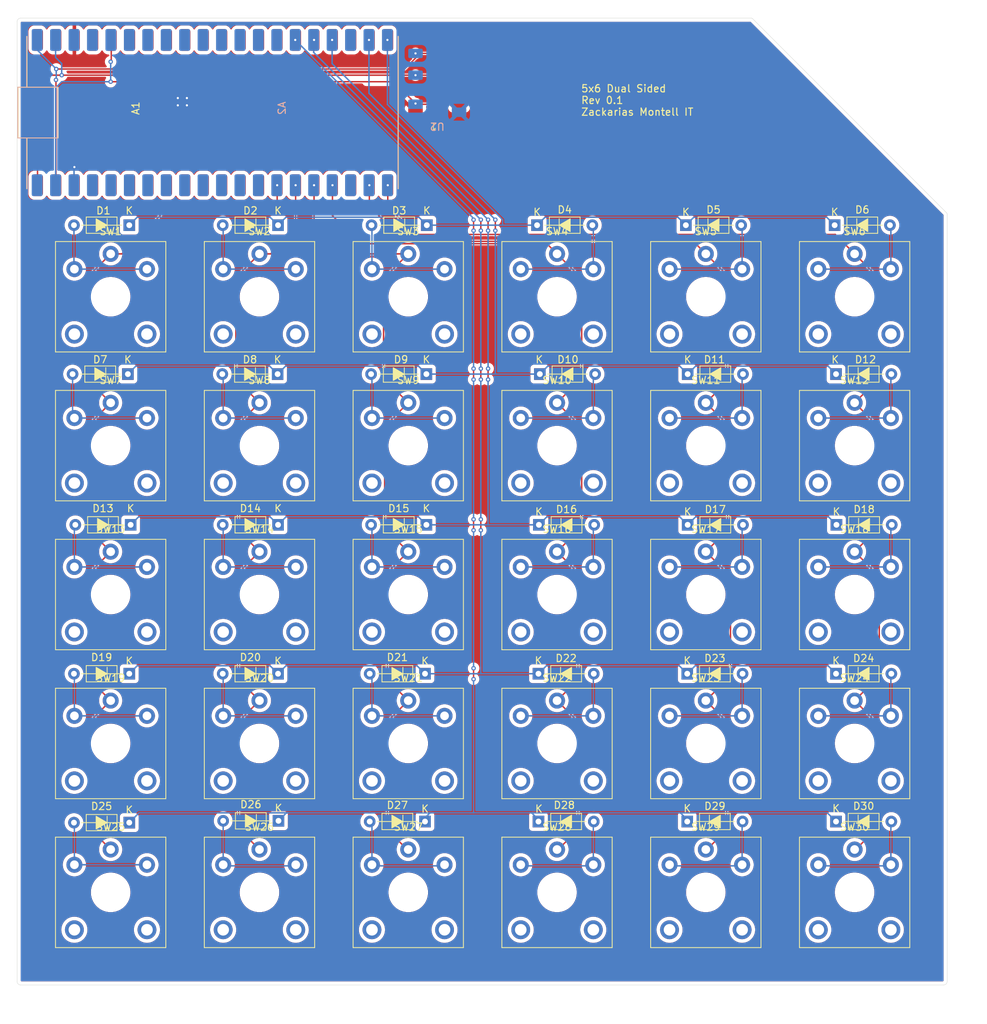
<source format=kicad_pcb>
(kicad_pcb
	(version 20241229)
	(generator "pcbnew")
	(generator_version "9.0")
	(general
		(thickness 1.6)
		(legacy_teardrops no)
	)
	(paper "A4")
	(layers
		(0 "F.Cu" signal)
		(2 "B.Cu" signal)
		(9 "F.Adhes" user "F.Adhesive")
		(11 "B.Adhes" user "B.Adhesive")
		(13 "F.Paste" user)
		(15 "B.Paste" user)
		(5 "F.SilkS" user "F.Silkscreen")
		(7 "B.SilkS" user "B.Silkscreen")
		(1 "F.Mask" user)
		(3 "B.Mask" user)
		(17 "Dwgs.User" user "User.Drawings")
		(19 "Cmts.User" user "User.Comments")
		(21 "Eco1.User" user "User.Eco1")
		(23 "Eco2.User" user "User.Eco2")
		(25 "Edge.Cuts" user)
		(27 "Margin" user)
		(31 "F.CrtYd" user "F.Courtyard")
		(29 "B.CrtYd" user "B.Courtyard")
		(35 "F.Fab" user)
		(33 "B.Fab" user)
		(39 "User.1" user)
		(41 "User.2" user)
		(43 "User.3" user)
		(45 "User.4" user)
	)
	(setup
		(pad_to_mask_clearance 0)
		(allow_soldermask_bridges_in_footprints no)
		(tenting front back)
		(pcbplotparams
			(layerselection 0x00000000_00000000_55555555_5755f5ff)
			(plot_on_all_layers_selection 0x00000000_00000000_00000000_00000000)
			(disableapertmacros no)
			(usegerberextensions no)
			(usegerberattributes yes)
			(usegerberadvancedattributes yes)
			(creategerberjobfile yes)
			(dashed_line_dash_ratio 12.000000)
			(dashed_line_gap_ratio 3.000000)
			(svgprecision 4)
			(plotframeref no)
			(mode 1)
			(useauxorigin no)
			(hpglpennumber 1)
			(hpglpenspeed 20)
			(hpglpendiameter 15.000000)
			(pdf_front_fp_property_popups yes)
			(pdf_back_fp_property_popups yes)
			(pdf_metadata yes)
			(pdf_single_document no)
			(dxfpolygonmode yes)
			(dxfimperialunits yes)
			(dxfusepcbnewfont yes)
			(psnegative no)
			(psa4output no)
			(plot_black_and_white yes)
			(sketchpadsonfab no)
			(plotpadnumbers no)
			(hidednponfab no)
			(sketchdnponfab yes)
			(crossoutdnponfab yes)
			(subtractmaskfromsilk no)
			(outputformat 1)
			(mirror no)
			(drillshape 0)
			(scaleselection 1)
			(outputdirectory "gerbers/")
		)
	)
	(net 0 "")
	(net 1 "col3")
	(net 2 "unconnected-(A1-~{3V3_EN}-Pad37)")
	(net 3 "unconnected-(A1-ADC2{slash}GP28-Pad34)")
	(net 4 "row0")
	(net 5 "unconnected-(A1-ADC_VREF-Pad35)")
	(net 6 "unconnected-(A1-VSYS-Pad39)")
	(net 7 "unconnected-(A1-GP22-Pad29)")
	(net 8 "unconnected-(A1-GND-Pad8)")
	(net 9 "unconnected-(A1-GP5-Pad7)")
	(net 10 "row3")
	(net 11 "unconnected-(A1-GND-Pad18)")
	(net 12 "unconnected-(A1-GND-Pad13)")
	(net 13 "row2")
	(net 14 "unconnected-(A1-VBUS-Pad40)")
	(net 15 "col1")
	(net 16 "unconnected-(A1-ADC0{slash}GP26-Pad31)")
	(net 17 "row4")
	(net 18 "col5")
	(net 19 "unconnected-(A1-RUN-Pad30)")
	(net 20 "unconnected-(A1-GP9-Pad12)")
	(net 21 "unconnected-(A1-GND-Pad23)")
	(net 22 "unconnected-(A1-GND-Pad28)")
	(net 23 "unconnected-(A1-ADC1{slash}GP27-Pad32)")
	(net 24 "unconnected-(A1-GP8-Pad11)")
	(net 25 "unconnected-(A1-GND-Pad3)")
	(net 26 "col4")
	(net 27 "unconnected-(A1-GND-Pad33)")
	(net 28 "row1")
	(net 29 "col0")
	(net 30 "col2")
	(net 31 "Net-(D1-A)")
	(net 32 "Net-(D2-A)")
	(net 33 "Net-(D3-A)")
	(net 34 "Net-(D4-A)")
	(net 35 "Net-(D5-A)")
	(net 36 "Net-(D6-A)")
	(net 37 "Net-(D7-A)")
	(net 38 "Net-(D8-A)")
	(net 39 "Net-(D9-A)")
	(net 40 "Net-(D10-A)")
	(net 41 "Net-(D11-A)")
	(net 42 "Net-(D12-A)")
	(net 43 "Net-(D13-A)")
	(net 44 "Net-(D14-A)")
	(net 45 "Net-(D15-A)")
	(net 46 "Net-(D16-A)")
	(net 47 "Net-(D17-A)")
	(net 48 "Net-(D18-A)")
	(net 49 "Net-(D19-A)")
	(net 50 "Net-(D20-A)")
	(net 51 "Net-(D21-A)")
	(net 52 "Net-(D22-A)")
	(net 53 "Net-(D23-A)")
	(net 54 "Net-(D24-A)")
	(net 55 "Net-(D25-A)")
	(net 56 "Net-(D26-A)")
	(net 57 "Net-(D27-A)")
	(net 58 "Net-(D28-A)")
	(net 59 "Net-(D29-A)")
	(net 60 "Net-(D30-A)")
	(net 61 "unconnected-(A1-GP3-Pad5)")
	(net 62 "unconnected-(A1-GP21-Pad27)")
	(net 63 "unconnected-(A1-GP7-Pad10)")
	(net 64 "unconnected-(A1-GP6-Pad9)")
	(net 65 "unconnected-(A1-GP2-Pad4)")
	(net 66 "unconnected-(A1-GP4-Pad6)")
	(net 67 "3v31")
	(net 68 "tx1")
	(net 69 "rx1")
	(net 70 "gnd1")
	(net 71 "unconnected-(A2-RUN-Pad30)")
	(net 72 "unconnected-(A2-GND-Pad3)")
	(net 73 "unconnected-(A2-GND-Pad13)")
	(net 74 "unconnected-(A2-GND-Pad28)")
	(net 75 "unconnected-(A2-GP2-Pad4)")
	(net 76 "unconnected-(A2-ADC1{slash}GP27-Pad32)")
	(net 77 "unconnected-(A2-GND-Pad8)")
	(net 78 "unconnected-(A2-ADC2{slash}GP28-Pad34)")
	(net 79 "unconnected-(A2-GP8-Pad11)")
	(net 80 "unconnected-(A2-GP3-Pad5)")
	(net 81 "unconnected-(A2-GP22-Pad29)")
	(net 82 "unconnected-(A2-VBUS-Pad40)")
	(net 83 "unconnected-(A2-GP10-Pad14)")
	(net 84 "unconnected-(A2-GND-Pad33)")
	(net 85 "unconnected-(A2-GND-Pad23)")
	(net 86 "unconnected-(A2-GP4-Pad6)")
	(net 87 "unconnected-(A2-GP6-Pad9)")
	(net 88 "unconnected-(A2-ADC0{slash}GP26-Pad31)")
	(net 89 "unconnected-(A2-~{3V3_EN}-Pad37)")
	(net 90 "unconnected-(A2-GND-Pad18)")
	(net 91 "unconnected-(A2-GP9-Pad12)")
	(net 92 "unconnected-(A2-GP7-Pad10)")
	(net 93 "unconnected-(A2-ADC_VREF-Pad35)")
	(net 94 "unconnected-(A2-3V3(OUT)-Pad36)")
	(net 95 "unconnected-(A2-GP5-Pad7)")
	(footprint "footprints:SW_Kailh_Choc_V2_1.00u_double-sided" (layer "F.Cu") (at 107.5 122.35))
	(footprint "PCM_Diode_THT_AKL:D_DO-35_SOD27_P7.62mm_Horizontal" (layer "F.Cu") (at 166.5 92.25))
	(footprint "footprints:SW_Kailh_Choc_V2_1.00u_double-sided" (layer "F.Cu") (at 128 142.85))
	(footprint "footprints:SW_Kailh_Choc_V2_1.00u_double-sided" (layer "F.Cu") (at 210 60.85))
	(footprint "PCM_Diode_THT_AKL:D_DO-35_SOD27_P7.62mm_Horizontal" (layer "F.Cu") (at 130.5 71.5 180))
	(footprint "footprints:SW_Kailh_Choc_V2_1.00u_double-sided" (layer "F.Cu") (at 148.5 142.85))
	(footprint "PCM_Diode_THT_AKL:D_DO-35_SOD27_P7.62mm_Horizontal" (layer "F.Cu") (at 187 71.5))
	(footprint "PCM_Diode_THT_AKL:D_DO-35_SOD27_P7.62mm_Horizontal" (layer "F.Cu") (at 151 71.5 180))
	(footprint "PCM_Diode_THT_AKL:D_DO-35_SOD27_P7.62mm_Horizontal" (layer "F.Cu") (at 130.56 112.75 180))
	(footprint "PCM_Diode_THT_AKL:D_DO-35_SOD27_P7.62mm_Horizontal" (layer "F.Cu") (at 109.87 71.5 180))
	(footprint "footprints:raspberry_pi_pico_SMD_Reversed" (layer "F.Cu") (at 121.5 35.5 90))
	(footprint "PCM_Diode_THT_AKL:D_DO-35_SOD27_P7.62mm_Horizontal" (layer "F.Cu") (at 186.94 133.1))
	(footprint "footprints:SW_Kailh_Choc_V2_1.00u_double-sided" (layer "F.Cu") (at 210 142.85))
	(footprint "PCM_Diode_THT_AKL:D_DO-35_SOD27_P7.62mm_Horizontal" (layer "F.Cu") (at 110.06 112.75 180))
	(footprint "PCM_Diode_THT_AKL:D_DO-35_SOD27_P7.62mm_Horizontal" (layer "F.Cu") (at 151.06 51 180))
	(footprint "footprints:SW_Kailh_Choc_V2_1.00u_double-sided" (layer "F.Cu") (at 189.5 60.85))
	(footprint "footprints:SW_Kailh_Choc_V2_1.00u_double-sided" (layer "F.Cu") (at 210 101.85))
	(footprint "footprints:raspberry_pi_pico_SMD" (layer "F.Cu") (at 121.55 35.5 90))
	(footprint "footprints:SW_Kailh_Choc_V2_1.00u_double-sided" (layer "F.Cu") (at 189.5 101.85))
	(footprint "footprints:SW_Kailh_Choc_V2_1.00u_double-sided" (layer "F.Cu") (at 169 101.85))
	(footprint "footprints:SW_Kailh_Choc_V2_1.00u_double-sided" (layer "F.Cu") (at 148.5 101.85))
	(footprint "footprints:SW_Kailh_Choc_V2_1.00u_double-sided" (layer "F.Cu") (at 107.5 60.85))
	(footprint "footprints:SW_Kailh_Choc_V2_1.00u_double-sided" (layer "F.Cu") (at 128 122.35))
	(footprint "PCM_Diode_THT_AKL:D_DO-35_SOD27_P7.62mm_Horizontal" (layer "F.Cu") (at 166.63 71.5))
	(footprint "PCM_Diode_THT_AKL:D_DO-35_SOD27_P7.62mm_Horizontal" (layer "F.Cu") (at 166.44 133.1))
	(footprint "footprints:SW_Kailh_Choc_V2_1.00u_double-sided" (layer "F.Cu") (at 210 81.35))
	(footprint "PCM_Diode_THT_AKL:D_DO-35_SOD27_P7.62mm_Horizontal"
		(layer "F.Cu")
		(uuid "8780c5f2-f324-4842-bbd4-5e58ff287038")
		(at 166.44 112.75)
		(descr "Diode, DO-35_SOD27 series, Axial, Horizontal, pin pitch=7.62mm, , length*diameter=4*2mm^2, , http://www.diodes.com/_files/packages/DO-35.pdf, Alternate KiCad Library")
		(tags "Diode DO-35_SOD27 series Axial Horizontal pin pitch 7.62mm  length 4mm diameter 2mm")
		(property "Reference" "D22"
			(at 3.81 -2.12 0)
			(layer "F.SilkS")
			(uuid "ef505a7f-884f-478e-be23-c3fac737790e")
			(effects
				(font
					(size 1 1)
					(thickness 0.15)
				)
			)
		)
		(property "Value" "1N4148"
			(at 3.81 2.12 0)
			(layer "F.Fab")
			(hide yes)
			(uuid "ae56d117-5c77-445a-9f44-07b70b9b5367")
			(effects
				(font
					(size 1 1)
					(thickness 0.15)
				)
			)
		)
		(property "Datasheet" "https://datasheet.octopart.com/1N4148TR-ON-Semiconductor-datasheet-42765246.pdf"
			(at 0 0 0)
			(layer "F.Fab")
			(hide yes)
			(uuid "a55551c9-2e13-44f2-b378-60b57aa3119e")
			(effects
				(font
					(size 1.27 1.27)
					(thickness 0.15)
				)
			)
		)
		(property "Description" "DO-35 Diode, Small Signal, Fast Switching, 75V, 150mA, 4ns, Alternate KiCad Library"
			(at 0 0 0)
			(layer "F.Fab")
			(hide yes)
			(uuid "dcd9a2d5-15c5-414d-ab40-45a27fc8b82c")
			(effects
				(font
					(size 1.27 1.27)
					(thickness 0.15)
				)
			)
		)
		(property ki_fp_filters "TO-???* *_Diode_* *SingleDiode* D_*")
		(path "/63169afd-aa5d-4250-97e4-4d2cc00e12b1")
		(sheetname "/")
		(sheetfile "5x6.kicad_sch")
		(attr through_hole)
		(fp_line
			(start 1.04 0)
			(end 1.69 0)
			(stroke
				(width 0.12)
				(type solid)
			)
			(layer "F.SilkS")
			(uuid "820a8a8c-730a-4d76-b67a-5f13df4c96d9")
		)
		(fp_line
			(start 1.651 0)
			(end 3.048 0)
			(stroke
				(width 0.12)
				(type solid)
			)
			(layer "F.SilkS")
			(uuid "21ec6344-1413-464d-88b1-737d60c6b7c2")
		)
		(fp_line
			(start 1.69 -1.12)
			(end 1.69 1.12)
			(stroke
				(width 0.12)
				(type solid)
			)
			(layer "F.SilkS")
			(uuid "748ce14b-0ac4-4043-8e72-12337ea3b1fc")
		)
		(fp_line
			(start 1.69 1.12)
			(end 5.93 1.12)
			(stroke
				(width 0.12)
				(type solid)
			)
			(layer "F.SilkS")
			(uuid "e8d462c7-d632-461a-8af2-1e3b607d505e")
		)
		(fp_line
			(start 3.048 -0.889)
			(end 3.048 0.889)
			(stroke
				(width 0.12)
				(type solid)
			)
			(layer "F.SilkS")
			(uuid "b3782cfa-7b1a-466c-9661-86bc40afd96a")
		)
		(fp_line
			(start 5.93 -1.12)
			(end 1.69 -1.12)
			(stroke
				(width 0.12)
				(type solid)
			)
			(layer "F.SilkS")
			(uuid "0e136f00-ca65-4f7c-aa8e-b561c6fbd6b7")
		)
		(fp_line
			(start 5.93 0)
			(end 4.6355 0)
			(stroke
				(width 0.12)
				(type solid)
			)
			(layer "F.SilkS")
			(uuid "c9fcb551-321f-4f8b-bcd3-01685e66ceb8")
		)
		(fp_line
			(start 5.93 1.12)
			(end 5.93 -1.12)
			(stroke
				(
... [1354531 chars truncated]
</source>
